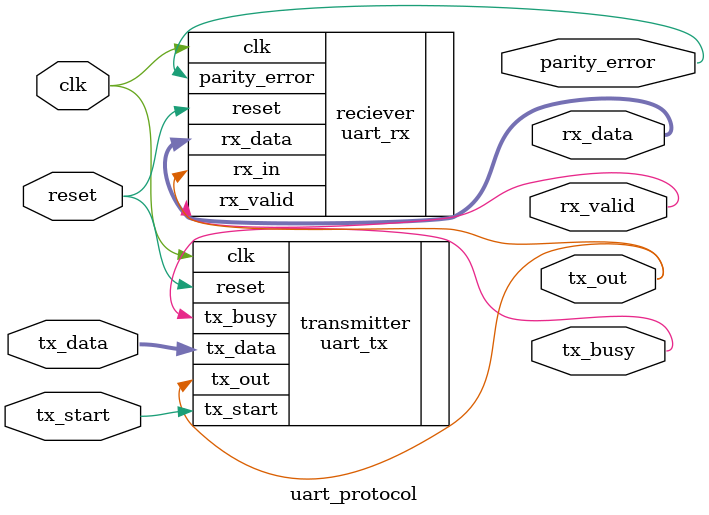
<source format=v>
`timescale 1ns / 1ps
module uart_protocol #(parameter integer DATA = 8)(clk,
                                                  reset,
                                                  tx_data,
                                                  rx_data,
                                                  tx_start,
                                                  tx_out,
                                                  tx_busy,
                                                  rx_valid,
                                                  parity_error);
input wire clk ,reset,tx_start ;
input wire [DATA - 1 : 0 ]tx_data ;
output wire [DATA - 1 : 0 ]rx_data ;
output wire tx_out ,tx_busy,rx_valid,parity_error ;
wire rx_in ;

uart_tx transmitter(.clk(clk),
                    .reset(reset),
                    .tx_start(tx_start),
                    .tx_data(tx_data),
                    .tx_out(tx_out),
                    .tx_busy(tx_busy));
 
 uart_rx reciever(.clk(clk),
                  .reset(reset),
                  .rx_in(tx_out),
                  .rx_data(rx_data),
                  .parity_error(parity_error),
                  .rx_valid(rx_valid));
endmodule
</source>
